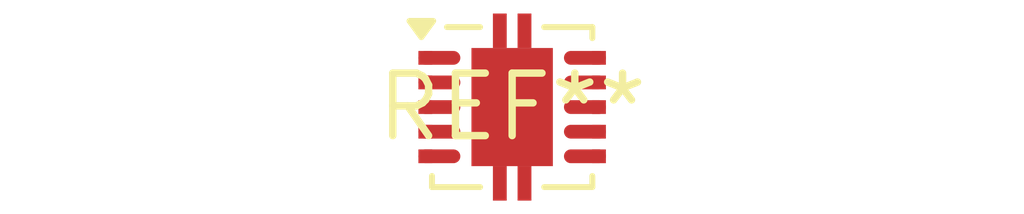
<source format=kicad_pcb>
(kicad_pcb (version 20240108) (generator pcbnew)
  (layers (0 "F.Cu" signal) (31 "B.Cu" signal) (34 "B.Paste" user) (35 "F.Paste" user) (36 "B.SilkS" user "B.Silkscreen") (37 "F.SilkS" user "F.Silkscreen") (38 "B.Mask" user) (39 "F.Mask" user) (44 "Edge.Cuts" user))
  (net 0 "")
  (footprint "Texas_S-PVSON-N10" (layer "F.Cu") (at 0 0)
    (property "Reference" "REF**")
    (property "Value" "Texas_S-PVSON-N10")
    (fp_line (start -1.625 1.625) (end -1.625 1.4) (layer "F.SilkS") (stroke (width 0.12)))
    (fp_line (start -1.625 1.625) (end -0.65 1.625) (layer "F.SilkS") (stroke (width 0.12)))
    (fp_line (start -1.32 -1.625) (end -0.65 -1.625) (layer "F.SilkS") (stroke (width 0.12)))
    (fp_line (start 0.65 -1.625) (end 1.625 -1.625) (layer "F.SilkS") (stroke (width 0.12)))
    (fp_line (start 0.65 1.625) (end 1.625 1.625) (layer "F.SilkS") (stroke (width 0.12)))
    (fp_line (start 1.625 -1.4) (end 1.625 -1.625) (layer "F.SilkS") (stroke (width 0.12)))
    (fp_line (start 1.625 1.4) (end 1.625 1.625) (layer "F.SilkS") (stroke (width 0.12)))
    (fp_poly (pts (xy -1.84 -1.42) (xy -2.08 -1.75) (xy -1.6 -1.75) (xy -1.84 -1.42)) (layer "F.SilkS") (stroke (width 0.12)) (fill solid))
    (pad "1" smd rect (at -1.76 -1) (size 0.28 0.28) (layers "F.Cu" "F.Paste" "F.Mask"))
    (pad "1" smd oval (at -1.475 -1) (size 0.85 0.28) (layers "F.Cu" "F.Paste" "F.Mask"))
    (pad "2" smd rect (at -1.76 -0.5) (size 0.28 0.28) (layers "F.Cu" "F.Paste" "F.Mask"))
    (pad "2" smd oval (at -1.475 -0.5) (size 0.85 0.28) (layers "F.Cu" "F.Paste" "F.Mask"))
    (pad "3" smd rect (at -1.76 0) (size 0.28 0.28) (layers "F.Cu" "F.Paste" "F.Mask"))
    (pad "3" smd oval (at -1.475 0) (size 0.85 0.28) (layers "F.Cu" "F.Paste" "F.Mask"))
    (pad "4" smd rect (at -1.76 0.5) (size 0.28 0.28) (layers "F.Cu" "F.Paste" "F.Mask"))
    (pad "4" smd oval (at -1.475 0.5) (size 0.85 0.28) (layers "F.Cu" "F.Paste" "F.Mask"))
    (pad "5" smd rect (at -1.76 1) (size 0.28 0.28) (layers "F.Cu" "F.Paste" "F.Mask"))
    (pad "5" smd oval (at -1.475 1) (size 0.85 0.28) (layers "F.Cu" "F.Paste" "F.Mask"))
    (pad "6" smd oval (at 1.475 1) (size 0.85 0.28) (layers "F.Cu" "F.Paste" "F.Mask"))
    (pad "6" smd rect (at 1.76 1) (size 0.28 0.28) (layers "F.Cu" "F.Paste" "F.Mask"))
    (pad "7" smd oval (at 1.475 0.5) (size 0.85 0.28) (layers "F.Cu" "F.Paste" "F.Mask"))
    (pad "7" smd rect (at 1.76 0.5) (size 0.28 0.28) (layers "F.Cu" "F.Paste" "F.Mask"))
    (pad "8" smd oval (at 1.475 0) (size 0.85 0.28) (layers "F.Cu" "F.Paste" "F.Mask"))
    (pad "8" smd rect (at 1.76 0) (size 0.28 0.28) (layers "F.Cu" "F.Paste" "F.Mask"))
    (pad "9" smd oval (at 1.475 -0.5) (size 0.85 0.28) (layers "F.Cu" "F.Paste" "F.Mask"))
    (pad "9" smd rect (at 1.76 -0.5) (size 0.28 0.28) (layers "F.Cu" "F.Paste" "F.Mask"))
    (pad "10" smd oval (at 1.475 -1) (size 0.85 0.28) (layers "F.Cu" "F.Paste" "F.Mask"))
    (pad "10" smd rect (at 1.76 -1) (size 0.28 0.28) (layers "F.Cu" "F.Paste" "F.Mask"))
    (pad "11" smd rect (at -0.45 -0.635) (size 0.68 1.05) (layers "F.Cu" "F.Paste" "F.Mask"))
    (pad "11" smd rect (at -0.45 0.635) (size 0.68 1.05) (layers "F.Cu" "F.Paste" "F.Mask"))
    (pad "11" smd rect (at -0.25 -1.63) (size 0.26 0.5) (layers "F.Cu" "F.Paste" "F.Mask"))
    (pad "11" smd rect (at -0.25 -1.55) (size 0.28 0.7) (layers "F.Cu" "F.Mask"))
    (pad "11" smd rect (at -0.25 1.55) (size 0.28 0.7) (layers "F.Cu" "F.Mask"))
    (pad "11" smd rect (at -0.25 1.63) (size 0.26 0.5) (layers "F.Cu" "F.Paste" "F.Mask"))
    (pad "11" smd rect (at 0 0) (size 1.65 2.4) (layers "F.Cu" "F.Mask"))
    (pad "11" smd rect (at 0.25 -1.63) (size 0.26 0.5) (layers "F.Cu" "F.Paste" "F.Mask"))
    (pad "11" smd rect (at 0.25 -1.55) (size 0.28 0.7) (layers "F.Cu" "F.Mask"))
    (pad "11" smd rect (at 0.25 1.55) (size 0.28 0.7) (layers "F.Cu" "F.Mask"))
    (pad "11" smd rect (at 0.25 1.63) (size 0.26 0.5) (layers "F.Cu" "F.Paste" "F.Mask"))
    (pad "11" smd rect (at 0.45 -0.635) (size 0.68 1.05) (layers "F.Cu" "F.Paste" "F.Mask"))
    (pad "11" smd rect (at 0.45 0.635) (size 0.68 1.05) (layers "F.Cu" "F.Paste" "F.Mask"))
  )
)
</source>
